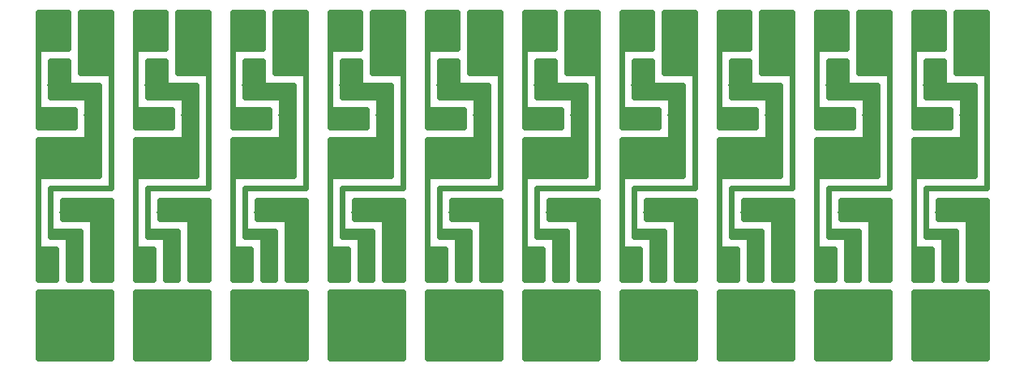
<source format=gbr>
%FSLAX34Y34*%
%MOMM*%
%LNSILK_TOP*%
G71*
G01*
%ADD10C, 1.80*%
%ADD11C, 0.60*%
%ADD12C, 2.80*%
%LPD*%
X66675Y365125D02*
G54D10*
D03*
X66675Y320675D02*
G54D10*
D03*
X41275Y320675D02*
G54D10*
D03*
X41275Y365125D02*
G54D10*
D03*
X34925Y301625D02*
G54D10*
D03*
G54D11*
X66675Y365125D02*
X72998Y342834D01*
X66675Y320675D01*
X73025Y269875D02*
G54D10*
D03*
X47625Y269875D02*
G54D10*
D03*
G54D11*
X41275Y320675D02*
X47625Y301625D01*
X66675Y288925D01*
X73025Y269875D01*
G54D11*
X73025Y269875D02*
X73025Y219075D01*
X15875Y219075D01*
G54D11*
X66675Y320675D02*
X92075Y320675D01*
X92075Y219075D01*
X47625Y168275D02*
G54D10*
D03*
X73025Y168275D02*
G54D10*
D03*
G54D11*
X47625Y168275D02*
X66675Y168275D01*
G54D11*
X73025Y168275D02*
X79375Y155575D01*
X79375Y117475D01*
G54D11*
X92075Y219075D02*
X92075Y193675D01*
X28575Y193675D01*
X28575Y142875D01*
X53975Y142875D01*
X53975Y117475D01*
X53975Y117475D02*
G54D10*
D03*
X79375Y117475D02*
G54D10*
D03*
X28575Y117475D02*
G54D10*
D03*
G54D11*
X15875Y219075D02*
X15875Y130175D01*
X28575Y117475D01*
G54D11*
X41275Y320675D02*
X34925Y301625D01*
G54D11*
X47625Y269875D02*
X15875Y269875D01*
G54D11*
X41275Y365125D02*
X22225Y365125D01*
X15875Y358775D01*
X15875Y269875D01*
G54D11*
X34953Y342834D02*
X41275Y365125D01*
G36*
X34925Y98425D02*
X15875Y98425D01*
X15875Y244475D01*
X66675Y244475D01*
X66675Y288925D01*
X28575Y288925D01*
X28575Y327025D01*
X47625Y327025D01*
X47625Y301625D01*
X79375Y301625D01*
X79375Y206375D01*
X15875Y206375D01*
X15875Y130175D01*
X34925Y130175D01*
X34925Y98425D01*
G37*
G54D11*
X34925Y98425D02*
X15875Y98425D01*
X15875Y244475D01*
X66675Y244475D01*
X66675Y288925D01*
X28575Y288925D01*
X28575Y327025D01*
X47625Y327025D01*
X47625Y301625D01*
X79375Y301625D01*
X79375Y206375D01*
X15875Y206375D01*
X15875Y130175D01*
X34925Y130175D01*
X34925Y98425D01*
G36*
X47625Y98425D02*
X47625Y142875D01*
X28575Y142875D01*
X28575Y149225D01*
X60325Y149225D01*
X60325Y98425D01*
X47625Y98425D01*
G37*
G54D11*
X47625Y98425D02*
X47625Y142875D01*
X28575Y142875D01*
X28575Y149225D01*
X60325Y149225D01*
X60325Y98425D01*
X47625Y98425D01*
G36*
X41275Y161925D02*
X73025Y161925D01*
X73025Y98425D01*
X92075Y98425D01*
X92075Y180975D01*
X41275Y180975D01*
X41275Y161925D01*
G37*
G54D11*
X41275Y161925D02*
X73025Y161925D01*
X73025Y98425D01*
X92075Y98425D01*
X92075Y180975D01*
X41275Y180975D01*
X41275Y161925D01*
G36*
X15875Y276225D02*
X53975Y276225D01*
X53975Y257175D01*
X15875Y257175D01*
X15875Y276225D01*
G37*
G54D11*
X15875Y276225D02*
X53975Y276225D01*
X53975Y257175D01*
X15875Y257175D01*
X15875Y276225D01*
G36*
X92075Y314325D02*
X60325Y314325D01*
X60325Y377825D01*
X92075Y377825D01*
X92075Y314325D01*
G37*
G54D11*
X92075Y314325D02*
X60325Y314325D01*
X60325Y377825D01*
X92075Y377825D01*
X92075Y314325D01*
G36*
X15875Y339725D02*
X47625Y339725D01*
X47625Y377825D01*
X15875Y377825D01*
X15875Y339725D01*
G37*
G54D11*
X15875Y339725D02*
X47625Y339725D01*
X47625Y377825D01*
X15875Y377825D01*
X15875Y339725D01*
X53975Y47625D02*
G54D12*
D03*
G36*
X15875Y85725D02*
X92075Y85725D01*
X92075Y15875D01*
X15875Y15875D01*
X15875Y85725D01*
G37*
G54D11*
X15875Y85725D02*
X92075Y85725D01*
X92075Y15875D01*
X15875Y15875D01*
X15875Y85725D01*
X168275Y365125D02*
G54D10*
D03*
X168275Y320675D02*
G54D10*
D03*
X142875Y320675D02*
G54D10*
D03*
X142875Y365125D02*
G54D10*
D03*
X136525Y301625D02*
G54D10*
D03*
G54D11*
X168275Y365125D02*
X174598Y342834D01*
X168275Y320675D01*
X174625Y269875D02*
G54D10*
D03*
X149225Y269875D02*
G54D10*
D03*
G54D11*
X142875Y320675D02*
X149225Y301625D01*
X168275Y288925D01*
X174625Y269875D01*
G54D11*
X174625Y269875D02*
X174625Y219075D01*
X117475Y219075D01*
G54D11*
X168275Y320675D02*
X193675Y320675D01*
X193675Y219075D01*
X149225Y168275D02*
G54D10*
D03*
X174625Y168275D02*
G54D10*
D03*
G54D11*
X149225Y168275D02*
X168275Y168275D01*
G54D11*
X174625Y168275D02*
X180975Y155575D01*
X180975Y117475D01*
G54D11*
X193675Y219075D02*
X193675Y193675D01*
X130175Y193675D01*
X130175Y142875D01*
X155575Y142875D01*
X155575Y117475D01*
X155575Y117475D02*
G54D10*
D03*
X180975Y117475D02*
G54D10*
D03*
X130175Y117475D02*
G54D10*
D03*
G54D11*
X117475Y219075D02*
X117475Y130175D01*
X130175Y117475D01*
G54D11*
X142875Y320675D02*
X136525Y301625D01*
G54D11*
X149225Y269875D02*
X117475Y269875D01*
G54D11*
X142875Y365125D02*
X123825Y365125D01*
X117475Y358775D01*
X117475Y269875D01*
G54D11*
X136553Y342834D02*
X142875Y365125D01*
G36*
X136525Y98425D02*
X117475Y98425D01*
X117475Y244475D01*
X168275Y244475D01*
X168275Y288925D01*
X130175Y288925D01*
X130175Y327025D01*
X149225Y327025D01*
X149225Y301625D01*
X180975Y301625D01*
X180975Y206375D01*
X117475Y206375D01*
X117475Y130175D01*
X136525Y130175D01*
X136525Y98425D01*
G37*
G54D11*
X136525Y98425D02*
X117475Y98425D01*
X117475Y244475D01*
X168275Y244475D01*
X168275Y288925D01*
X130175Y288925D01*
X130175Y327025D01*
X149225Y327025D01*
X149225Y301625D01*
X180975Y301625D01*
X180975Y206375D01*
X117475Y206375D01*
X117475Y130175D01*
X136525Y130175D01*
X136525Y98425D01*
G36*
X149225Y98425D02*
X149225Y142875D01*
X130175Y142875D01*
X130175Y149225D01*
X161925Y149225D01*
X161925Y98425D01*
X149225Y98425D01*
G37*
G54D11*
X149225Y98425D02*
X149225Y142875D01*
X130175Y142875D01*
X130175Y149225D01*
X161925Y149225D01*
X161925Y98425D01*
X149225Y98425D01*
G36*
X142875Y161925D02*
X174625Y161925D01*
X174625Y98425D01*
X193675Y98425D01*
X193675Y180975D01*
X142875Y180975D01*
X142875Y161925D01*
G37*
G54D11*
X142875Y161925D02*
X174625Y161925D01*
X174625Y98425D01*
X193675Y98425D01*
X193675Y180975D01*
X142875Y180975D01*
X142875Y161925D01*
G36*
X117475Y276225D02*
X155575Y276225D01*
X155575Y257175D01*
X117475Y257175D01*
X117475Y276225D01*
G37*
G54D11*
X117475Y276225D02*
X155575Y276225D01*
X155575Y257175D01*
X117475Y257175D01*
X117475Y276225D01*
G36*
X193675Y314325D02*
X161925Y314325D01*
X161925Y377825D01*
X193675Y377825D01*
X193675Y314325D01*
G37*
G54D11*
X193675Y314325D02*
X161925Y314325D01*
X161925Y377825D01*
X193675Y377825D01*
X193675Y314325D01*
G36*
X117475Y339725D02*
X149225Y339725D01*
X149225Y377825D01*
X117475Y377825D01*
X117475Y339725D01*
G37*
G54D11*
X117475Y339725D02*
X149225Y339725D01*
X149225Y377825D01*
X117475Y377825D01*
X117475Y339725D01*
X155575Y47625D02*
G54D12*
D03*
G36*
X117475Y85725D02*
X193675Y85725D01*
X193675Y15875D01*
X117475Y15875D01*
X117475Y85725D01*
G37*
G54D11*
X117475Y85725D02*
X193675Y85725D01*
X193675Y15875D01*
X117475Y15875D01*
X117475Y85725D01*
X269875Y365125D02*
G54D10*
D03*
X269875Y320675D02*
G54D10*
D03*
X244475Y320675D02*
G54D10*
D03*
X244475Y365125D02*
G54D10*
D03*
X238125Y301625D02*
G54D10*
D03*
G54D11*
X269875Y365125D02*
X276198Y342834D01*
X269875Y320675D01*
X276225Y269875D02*
G54D10*
D03*
X250825Y269875D02*
G54D10*
D03*
G54D11*
X244475Y320675D02*
X250825Y301625D01*
X269875Y288925D01*
X276225Y269875D01*
G54D11*
X276225Y269875D02*
X276225Y219075D01*
X219075Y219075D01*
G54D11*
X269875Y320675D02*
X295275Y320675D01*
X295275Y219075D01*
X250825Y168275D02*
G54D10*
D03*
X276225Y168275D02*
G54D10*
D03*
G54D11*
X250825Y168275D02*
X269875Y168275D01*
G54D11*
X276225Y168275D02*
X282575Y155575D01*
X282575Y117475D01*
G54D11*
X295275Y219075D02*
X295275Y193675D01*
X231775Y193675D01*
X231775Y142875D01*
X257175Y142875D01*
X257175Y117475D01*
X257175Y117475D02*
G54D10*
D03*
X282575Y117475D02*
G54D10*
D03*
X231775Y117475D02*
G54D10*
D03*
G54D11*
X219075Y219075D02*
X219075Y130175D01*
X231775Y117475D01*
G54D11*
X244475Y320675D02*
X238125Y301625D01*
G54D11*
X250825Y269875D02*
X219075Y269875D01*
G54D11*
X244475Y365125D02*
X225425Y365125D01*
X219075Y358775D01*
X219075Y269875D01*
G54D11*
X238153Y342834D02*
X244475Y365125D01*
G36*
X238125Y98425D02*
X219075Y98425D01*
X219075Y244475D01*
X269875Y244475D01*
X269875Y288925D01*
X231775Y288925D01*
X231775Y327025D01*
X250825Y327025D01*
X250825Y301625D01*
X282575Y301625D01*
X282575Y206375D01*
X219075Y206375D01*
X219075Y130175D01*
X238125Y130175D01*
X238125Y98425D01*
G37*
G54D11*
X238125Y98425D02*
X219075Y98425D01*
X219075Y244475D01*
X269875Y244475D01*
X269875Y288925D01*
X231775Y288925D01*
X231775Y327025D01*
X250825Y327025D01*
X250825Y301625D01*
X282575Y301625D01*
X282575Y206375D01*
X219075Y206375D01*
X219075Y130175D01*
X238125Y130175D01*
X238125Y98425D01*
G36*
X250825Y98425D02*
X250825Y142875D01*
X231775Y142875D01*
X231775Y149225D01*
X263525Y149225D01*
X263525Y98425D01*
X250825Y98425D01*
G37*
G54D11*
X250825Y98425D02*
X250825Y142875D01*
X231775Y142875D01*
X231775Y149225D01*
X263525Y149225D01*
X263525Y98425D01*
X250825Y98425D01*
G36*
X244475Y161925D02*
X276225Y161925D01*
X276225Y98425D01*
X295275Y98425D01*
X295275Y180975D01*
X244475Y180975D01*
X244475Y161925D01*
G37*
G54D11*
X244475Y161925D02*
X276225Y161925D01*
X276225Y98425D01*
X295275Y98425D01*
X295275Y180975D01*
X244475Y180975D01*
X244475Y161925D01*
G36*
X219075Y276225D02*
X257175Y276225D01*
X257175Y257175D01*
X219075Y257175D01*
X219075Y276225D01*
G37*
G54D11*
X219075Y276225D02*
X257175Y276225D01*
X257175Y257175D01*
X219075Y257175D01*
X219075Y276225D01*
G36*
X295275Y314325D02*
X263525Y314325D01*
X263525Y377825D01*
X295275Y377825D01*
X295275Y314325D01*
G37*
G54D11*
X295275Y314325D02*
X263525Y314325D01*
X263525Y377825D01*
X295275Y377825D01*
X295275Y314325D01*
G36*
X219075Y339725D02*
X250825Y339725D01*
X250825Y377825D01*
X219075Y377825D01*
X219075Y339725D01*
G37*
G54D11*
X219075Y339725D02*
X250825Y339725D01*
X250825Y377825D01*
X219075Y377825D01*
X219075Y339725D01*
X257175Y47625D02*
G54D12*
D03*
G36*
X219075Y85725D02*
X295275Y85725D01*
X295275Y15875D01*
X219075Y15875D01*
X219075Y85725D01*
G37*
G54D11*
X219075Y85725D02*
X295275Y85725D01*
X295275Y15875D01*
X219075Y15875D01*
X219075Y85725D01*
X371475Y365125D02*
G54D10*
D03*
X371475Y320675D02*
G54D10*
D03*
X346075Y320675D02*
G54D10*
D03*
X346075Y365125D02*
G54D10*
D03*
X339725Y301625D02*
G54D10*
D03*
G54D11*
X371475Y365125D02*
X377798Y342834D01*
X371475Y320675D01*
X377825Y269875D02*
G54D10*
D03*
X352425Y269875D02*
G54D10*
D03*
G54D11*
X346075Y320675D02*
X352425Y301625D01*
X371475Y288925D01*
X377825Y269875D01*
G54D11*
X377825Y269875D02*
X377825Y219075D01*
X320675Y219075D01*
G54D11*
X371475Y320675D02*
X396875Y320675D01*
X396875Y219075D01*
X352425Y168275D02*
G54D10*
D03*
X377825Y168275D02*
G54D10*
D03*
G54D11*
X352425Y168275D02*
X371475Y168275D01*
G54D11*
X377825Y168275D02*
X384175Y155575D01*
X384175Y117475D01*
G54D11*
X396875Y219075D02*
X396875Y193675D01*
X333375Y193675D01*
X333375Y142875D01*
X358775Y142875D01*
X358775Y117475D01*
X358775Y117475D02*
G54D10*
D03*
X384175Y117475D02*
G54D10*
D03*
X333375Y117475D02*
G54D10*
D03*
G54D11*
X320675Y219075D02*
X320675Y130175D01*
X333375Y117475D01*
G54D11*
X346075Y320675D02*
X339725Y301625D01*
G54D11*
X352425Y269875D02*
X320675Y269875D01*
G54D11*
X346075Y365125D02*
X327025Y365125D01*
X320675Y358775D01*
X320675Y269875D01*
G54D11*
X339753Y342834D02*
X346075Y365125D01*
G36*
X339725Y98425D02*
X320675Y98425D01*
X320675Y244475D01*
X371475Y244475D01*
X371475Y288925D01*
X333375Y288925D01*
X333375Y327025D01*
X352425Y327025D01*
X352425Y301625D01*
X384175Y301625D01*
X384175Y206375D01*
X320675Y206375D01*
X320675Y130175D01*
X339725Y130175D01*
X339725Y98425D01*
G37*
G54D11*
X339725Y98425D02*
X320675Y98425D01*
X320675Y244475D01*
X371475Y244475D01*
X371475Y288925D01*
X333375Y288925D01*
X333375Y327025D01*
X352425Y327025D01*
X352425Y301625D01*
X384175Y301625D01*
X384175Y206375D01*
X320675Y206375D01*
X320675Y130175D01*
X339725Y130175D01*
X339725Y98425D01*
G36*
X352425Y98425D02*
X352425Y142875D01*
X333375Y142875D01*
X333375Y149225D01*
X365125Y149225D01*
X365125Y98425D01*
X352425Y98425D01*
G37*
G54D11*
X352425Y98425D02*
X352425Y142875D01*
X333375Y142875D01*
X333375Y149225D01*
X365125Y149225D01*
X365125Y98425D01*
X352425Y98425D01*
G36*
X346075Y161925D02*
X377825Y161925D01*
X377825Y98425D01*
X396875Y98425D01*
X396875Y180975D01*
X346075Y180975D01*
X346075Y161925D01*
G37*
G54D11*
X346075Y161925D02*
X377825Y161925D01*
X377825Y98425D01*
X396875Y98425D01*
X396875Y180975D01*
X346075Y180975D01*
X346075Y161925D01*
G36*
X320675Y276225D02*
X358775Y276225D01*
X358775Y257175D01*
X320675Y257175D01*
X320675Y276225D01*
G37*
G54D11*
X320675Y276225D02*
X358775Y276225D01*
X358775Y257175D01*
X320675Y257175D01*
X320675Y276225D01*
G36*
X396875Y314325D02*
X365125Y314325D01*
X365125Y377825D01*
X396875Y377825D01*
X396875Y314325D01*
G37*
G54D11*
X396875Y314325D02*
X365125Y314325D01*
X365125Y377825D01*
X396875Y377825D01*
X396875Y314325D01*
G36*
X320675Y339725D02*
X352425Y339725D01*
X352425Y377825D01*
X320675Y377825D01*
X320675Y339725D01*
G37*
G54D11*
X320675Y339725D02*
X352425Y339725D01*
X352425Y377825D01*
X320675Y377825D01*
X320675Y339725D01*
X358775Y47625D02*
G54D12*
D03*
G36*
X320675Y85725D02*
X396875Y85725D01*
X396875Y15875D01*
X320675Y15875D01*
X320675Y85725D01*
G37*
G54D11*
X320675Y85725D02*
X396875Y85725D01*
X396875Y15875D01*
X320675Y15875D01*
X320675Y85725D01*
X473075Y365125D02*
G54D10*
D03*
X473075Y320675D02*
G54D10*
D03*
X447675Y320675D02*
G54D10*
D03*
X447675Y365125D02*
G54D10*
D03*
X441325Y301625D02*
G54D10*
D03*
G54D11*
X473075Y365125D02*
X479398Y342834D01*
X473075Y320675D01*
X479425Y269875D02*
G54D10*
D03*
X454025Y269875D02*
G54D10*
D03*
G54D11*
X447675Y320675D02*
X454025Y301625D01*
X473075Y288925D01*
X479425Y269875D01*
G54D11*
X479425Y269875D02*
X479425Y219075D01*
X422275Y219075D01*
G54D11*
X473075Y320675D02*
X498475Y320675D01*
X498475Y219075D01*
X454025Y168275D02*
G54D10*
D03*
X479425Y168275D02*
G54D10*
D03*
G54D11*
X454025Y168275D02*
X473075Y168275D01*
G54D11*
X479425Y168275D02*
X485775Y155575D01*
X485775Y117475D01*
G54D11*
X498475Y219075D02*
X498475Y193675D01*
X434975Y193675D01*
X434975Y142875D01*
X460375Y142875D01*
X460375Y117475D01*
X460375Y117475D02*
G54D10*
D03*
X485775Y117475D02*
G54D10*
D03*
X434975Y117475D02*
G54D10*
D03*
G54D11*
X422275Y219075D02*
X422275Y130175D01*
X434975Y117475D01*
G54D11*
X447675Y320675D02*
X441325Y301625D01*
G54D11*
X454025Y269875D02*
X422275Y269875D01*
G54D11*
X447675Y365125D02*
X428625Y365125D01*
X422275Y358775D01*
X422275Y269875D01*
G54D11*
X441353Y342834D02*
X447675Y365125D01*
G36*
X441325Y98425D02*
X422275Y98425D01*
X422275Y244475D01*
X473075Y244475D01*
X473075Y288925D01*
X434975Y288925D01*
X434975Y327025D01*
X454025Y327025D01*
X454025Y301625D01*
X485775Y301625D01*
X485775Y206375D01*
X422275Y206375D01*
X422275Y130175D01*
X441325Y130175D01*
X441325Y98425D01*
G37*
G54D11*
X441325Y98425D02*
X422275Y98425D01*
X422275Y244475D01*
X473075Y244475D01*
X473075Y288925D01*
X434975Y288925D01*
X434975Y327025D01*
X454025Y327025D01*
X454025Y301625D01*
X485775Y301625D01*
X485775Y206375D01*
X422275Y206375D01*
X422275Y130175D01*
X441325Y130175D01*
X441325Y98425D01*
G36*
X454025Y98425D02*
X454025Y142875D01*
X434975Y142875D01*
X434975Y149225D01*
X466725Y149225D01*
X466725Y98425D01*
X454025Y98425D01*
G37*
G54D11*
X454025Y98425D02*
X454025Y142875D01*
X434975Y142875D01*
X434975Y149225D01*
X466725Y149225D01*
X466725Y98425D01*
X454025Y98425D01*
G36*
X447675Y161925D02*
X479425Y161925D01*
X479425Y98425D01*
X498475Y98425D01*
X498475Y180975D01*
X447675Y180975D01*
X447675Y161925D01*
G37*
G54D11*
X447675Y161925D02*
X479425Y161925D01*
X479425Y98425D01*
X498475Y98425D01*
X498475Y180975D01*
X447675Y180975D01*
X447675Y161925D01*
G36*
X422275Y276225D02*
X460375Y276225D01*
X460375Y257175D01*
X422275Y257175D01*
X422275Y276225D01*
G37*
G54D11*
X422275Y276225D02*
X460375Y276225D01*
X460375Y257175D01*
X422275Y257175D01*
X422275Y276225D01*
G36*
X498475Y314325D02*
X466725Y314325D01*
X466725Y377825D01*
X498475Y377825D01*
X498475Y314325D01*
G37*
G54D11*
X498475Y314325D02*
X466725Y314325D01*
X466725Y377825D01*
X498475Y377825D01*
X498475Y314325D01*
G36*
X422275Y339725D02*
X454025Y339725D01*
X454025Y377825D01*
X422275Y377825D01*
X422275Y339725D01*
G37*
G54D11*
X422275Y339725D02*
X454025Y339725D01*
X454025Y377825D01*
X422275Y377825D01*
X422275Y339725D01*
X460375Y47625D02*
G54D12*
D03*
G36*
X422275Y85725D02*
X498475Y85725D01*
X498475Y15875D01*
X422275Y15875D01*
X422275Y85725D01*
G37*
G54D11*
X422275Y85725D02*
X498475Y85725D01*
X498475Y15875D01*
X422275Y15875D01*
X422275Y85725D01*
X574675Y365125D02*
G54D10*
D03*
X574675Y320675D02*
G54D10*
D03*
X549275Y320675D02*
G54D10*
D03*
X549275Y365125D02*
G54D10*
D03*
X542925Y301625D02*
G54D10*
D03*
G54D11*
X574675Y365125D02*
X580998Y342834D01*
X574675Y320675D01*
X581025Y269875D02*
G54D10*
D03*
X555625Y269875D02*
G54D10*
D03*
G54D11*
X549275Y320675D02*
X555625Y301625D01*
X574675Y288925D01*
X581025Y269875D01*
G54D11*
X581025Y269875D02*
X581025Y219075D01*
X523875Y219075D01*
G54D11*
X574675Y320675D02*
X600075Y320675D01*
X600075Y219075D01*
X555625Y168275D02*
G54D10*
D03*
X581025Y168275D02*
G54D10*
D03*
G54D11*
X555625Y168275D02*
X574675Y168275D01*
G54D11*
X581025Y168275D02*
X587375Y155575D01*
X587375Y117475D01*
G54D11*
X600075Y219075D02*
X600075Y193675D01*
X536575Y193675D01*
X536575Y142875D01*
X561975Y142875D01*
X561975Y117475D01*
X561975Y117475D02*
G54D10*
D03*
X587375Y117475D02*
G54D10*
D03*
X536575Y117475D02*
G54D10*
D03*
G54D11*
X523875Y219075D02*
X523875Y130175D01*
X536575Y117475D01*
G54D11*
X549275Y320675D02*
X542925Y301625D01*
G54D11*
X555625Y269875D02*
X523875Y269875D01*
G54D11*
X549275Y365125D02*
X530225Y365125D01*
X523875Y358775D01*
X523875Y269875D01*
G54D11*
X542953Y342834D02*
X549275Y365125D01*
G36*
X542925Y98425D02*
X523875Y98425D01*
X523875Y244475D01*
X574675Y244475D01*
X574675Y288925D01*
X536575Y288925D01*
X536575Y327025D01*
X555625Y327025D01*
X555625Y301625D01*
X587375Y301625D01*
X587375Y206375D01*
X523875Y206375D01*
X523875Y130175D01*
X542925Y130175D01*
X542925Y98425D01*
G37*
G54D11*
X542925Y98425D02*
X523875Y98425D01*
X523875Y244475D01*
X574675Y244475D01*
X574675Y288925D01*
X536575Y288925D01*
X536575Y327025D01*
X555625Y327025D01*
X555625Y301625D01*
X587375Y301625D01*
X587375Y206375D01*
X523875Y206375D01*
X523875Y130175D01*
X542925Y130175D01*
X542925Y98425D01*
G36*
X555625Y98425D02*
X555625Y142875D01*
X536575Y142875D01*
X536575Y149225D01*
X568325Y149225D01*
X568325Y98425D01*
X555625Y98425D01*
G37*
G54D11*
X555625Y98425D02*
X555625Y142875D01*
X536575Y142875D01*
X536575Y149225D01*
X568325Y149225D01*
X568325Y98425D01*
X555625Y98425D01*
G36*
X549275Y161925D02*
X581025Y161925D01*
X581025Y98425D01*
X600075Y98425D01*
X600075Y180975D01*
X549275Y180975D01*
X549275Y161925D01*
G37*
G54D11*
X549275Y161925D02*
X581025Y161925D01*
X581025Y98425D01*
X600075Y98425D01*
X600075Y180975D01*
X549275Y180975D01*
X549275Y161925D01*
G36*
X523875Y276225D02*
X561975Y276225D01*
X561975Y257175D01*
X523875Y257175D01*
X523875Y276225D01*
G37*
G54D11*
X523875Y276225D02*
X561975Y276225D01*
X561975Y257175D01*
X523875Y257175D01*
X523875Y276225D01*
G36*
X600075Y314325D02*
X568325Y314325D01*
X568325Y377825D01*
X600075Y377825D01*
X600075Y314325D01*
G37*
G54D11*
X600075Y314325D02*
X568325Y314325D01*
X568325Y377825D01*
X600075Y377825D01*
X600075Y314325D01*
G36*
X523875Y339725D02*
X555625Y339725D01*
X555625Y377825D01*
X523875Y377825D01*
X523875Y339725D01*
G37*
G54D11*
X523875Y339725D02*
X555625Y339725D01*
X555625Y377825D01*
X523875Y377825D01*
X523875Y339725D01*
X561975Y47625D02*
G54D12*
D03*
G36*
X523875Y85725D02*
X600075Y85725D01*
X600075Y15875D01*
X523875Y15875D01*
X523875Y85725D01*
G37*
G54D11*
X523875Y85725D02*
X600075Y85725D01*
X600075Y15875D01*
X523875Y15875D01*
X523875Y85725D01*
X676275Y365125D02*
G54D10*
D03*
X676275Y320675D02*
G54D10*
D03*
X650875Y320675D02*
G54D10*
D03*
X650875Y365125D02*
G54D10*
D03*
X644525Y301625D02*
G54D10*
D03*
G54D11*
X676275Y365125D02*
X682598Y342834D01*
X676275Y320675D01*
X682625Y269875D02*
G54D10*
D03*
X657225Y269875D02*
G54D10*
D03*
G54D11*
X650875Y320675D02*
X657225Y301625D01*
X676275Y288925D01*
X682625Y269875D01*
G54D11*
X682625Y269875D02*
X682625Y219075D01*
X625475Y219075D01*
G54D11*
X676275Y320675D02*
X701675Y320675D01*
X701675Y219075D01*
X657225Y168275D02*
G54D10*
D03*
X682625Y168275D02*
G54D10*
D03*
G54D11*
X657225Y168275D02*
X676275Y168275D01*
G54D11*
X682625Y168275D02*
X688975Y155575D01*
X688975Y117475D01*
G54D11*
X701675Y219075D02*
X701675Y193675D01*
X638175Y193675D01*
X638175Y142875D01*
X663575Y142875D01*
X663575Y117475D01*
X663575Y117475D02*
G54D10*
D03*
X688975Y117475D02*
G54D10*
D03*
X638175Y117475D02*
G54D10*
D03*
G54D11*
X625475Y219075D02*
X625475Y130175D01*
X638175Y117475D01*
G54D11*
X650875Y320675D02*
X644525Y301625D01*
G54D11*
X657225Y269875D02*
X625475Y269875D01*
G54D11*
X650875Y365125D02*
X631825Y365125D01*
X625475Y358775D01*
X625475Y269875D01*
G54D11*
X644553Y342834D02*
X650875Y365125D01*
G36*
X644525Y98425D02*
X625475Y98425D01*
X625475Y244475D01*
X676275Y244475D01*
X676275Y288925D01*
X638175Y288925D01*
X638175Y327025D01*
X657225Y327025D01*
X657225Y301625D01*
X688975Y301625D01*
X688975Y206375D01*
X625475Y206375D01*
X625475Y130175D01*
X644525Y130175D01*
X644525Y98425D01*
G37*
G54D11*
X644525Y98425D02*
X625475Y98425D01*
X625475Y244475D01*
X676275Y244475D01*
X676275Y288925D01*
X638175Y288925D01*
X638175Y327025D01*
X657225Y327025D01*
X657225Y301625D01*
X688975Y301625D01*
X688975Y206375D01*
X625475Y206375D01*
X625475Y130175D01*
X644525Y130175D01*
X644525Y98425D01*
G36*
X657225Y98425D02*
X657225Y142875D01*
X638175Y142875D01*
X638175Y149225D01*
X669925Y149225D01*
X669925Y98425D01*
X657225Y98425D01*
G37*
G54D11*
X657225Y98425D02*
X657225Y142875D01*
X638175Y142875D01*
X638175Y149225D01*
X669925Y149225D01*
X669925Y98425D01*
X657225Y98425D01*
G36*
X650875Y161925D02*
X682625Y161925D01*
X682625Y98425D01*
X701675Y98425D01*
X701675Y180975D01*
X650875Y180975D01*
X650875Y161925D01*
G37*
G54D11*
X650875Y161925D02*
X682625Y161925D01*
X682625Y98425D01*
X701675Y98425D01*
X701675Y180975D01*
X650875Y180975D01*
X650875Y161925D01*
G36*
X625475Y276225D02*
X663575Y276225D01*
X663575Y257175D01*
X625475Y257175D01*
X625475Y276225D01*
G37*
G54D11*
X625475Y276225D02*
X663575Y276225D01*
X663575Y257175D01*
X625475Y257175D01*
X625475Y276225D01*
G36*
X701675Y314325D02*
X669925Y314325D01*
X669925Y377825D01*
X701675Y377825D01*
X701675Y314325D01*
G37*
G54D11*
X701675Y314325D02*
X669925Y314325D01*
X669925Y377825D01*
X701675Y377825D01*
X701675Y314325D01*
G36*
X625475Y339725D02*
X657225Y339725D01*
X657225Y377825D01*
X625475Y377825D01*
X625475Y339725D01*
G37*
G54D11*
X625475Y339725D02*
X657225Y339725D01*
X657225Y377825D01*
X625475Y377825D01*
X625475Y339725D01*
X663575Y47625D02*
G54D12*
D03*
G36*
X625475Y85725D02*
X701675Y85725D01*
X701675Y15875D01*
X625475Y15875D01*
X625475Y85725D01*
G37*
G54D11*
X625475Y85725D02*
X701675Y85725D01*
X701675Y15875D01*
X625475Y15875D01*
X625475Y85725D01*
X777875Y365125D02*
G54D10*
D03*
X777875Y320675D02*
G54D10*
D03*
X752475Y320675D02*
G54D10*
D03*
X752475Y365125D02*
G54D10*
D03*
X746125Y301625D02*
G54D10*
D03*
G54D11*
X777875Y365125D02*
X784198Y342834D01*
X777875Y320675D01*
X784225Y269875D02*
G54D10*
D03*
X758825Y269875D02*
G54D10*
D03*
G54D11*
X752475Y320675D02*
X758825Y301625D01*
X777875Y288925D01*
X784225Y269875D01*
G54D11*
X784225Y269875D02*
X784225Y219075D01*
X727075Y219075D01*
G54D11*
X777875Y320675D02*
X803275Y320675D01*
X803275Y219075D01*
X758825Y168275D02*
G54D10*
D03*
X784225Y168275D02*
G54D10*
D03*
G54D11*
X758825Y168275D02*
X777875Y168275D01*
G54D11*
X784225Y168275D02*
X790575Y155575D01*
X790575Y117475D01*
G54D11*
X803275Y219075D02*
X803275Y193675D01*
X739775Y193675D01*
X739775Y142875D01*
X765175Y142875D01*
X765175Y117475D01*
X765175Y117475D02*
G54D10*
D03*
X790575Y117475D02*
G54D10*
D03*
X739775Y117475D02*
G54D10*
D03*
G54D11*
X727075Y219075D02*
X727075Y130175D01*
X739775Y117475D01*
G54D11*
X752475Y320675D02*
X746125Y301625D01*
G54D11*
X758825Y269875D02*
X727075Y269875D01*
G54D11*
X752475Y365125D02*
X733425Y365125D01*
X727075Y358775D01*
X727075Y269875D01*
G54D11*
X746153Y342834D02*
X752475Y365125D01*
G36*
X746125Y98425D02*
X727075Y98425D01*
X727075Y244475D01*
X777875Y244475D01*
X777875Y288925D01*
X739775Y288925D01*
X739775Y327025D01*
X758825Y327025D01*
X758825Y301625D01*
X790575Y301625D01*
X790575Y206375D01*
X727075Y206375D01*
X727075Y130175D01*
X746125Y130175D01*
X746125Y98425D01*
G37*
G54D11*
X746125Y98425D02*
X727075Y98425D01*
X727075Y244475D01*
X777875Y244475D01*
X777875Y288925D01*
X739775Y288925D01*
X739775Y327025D01*
X758825Y327025D01*
X758825Y301625D01*
X790575Y301625D01*
X790575Y206375D01*
X727075Y206375D01*
X727075Y130175D01*
X746125Y130175D01*
X746125Y98425D01*
G36*
X758825Y98425D02*
X758825Y142875D01*
X739775Y142875D01*
X739775Y149225D01*
X771525Y149225D01*
X771525Y98425D01*
X758825Y98425D01*
G37*
G54D11*
X758825Y98425D02*
X758825Y142875D01*
X739775Y142875D01*
X739775Y149225D01*
X771525Y149225D01*
X771525Y98425D01*
X758825Y98425D01*
G36*
X752475Y161925D02*
X784225Y161925D01*
X784225Y98425D01*
X803275Y98425D01*
X803275Y180975D01*
X752475Y180975D01*
X752475Y161925D01*
G37*
G54D11*
X752475Y161925D02*
X784225Y161925D01*
X784225Y98425D01*
X803275Y98425D01*
X803275Y180975D01*
X752475Y180975D01*
X752475Y161925D01*
G36*
X727075Y276225D02*
X765175Y276225D01*
X765175Y257175D01*
X727075Y257175D01*
X727075Y276225D01*
G37*
G54D11*
X727075Y276225D02*
X765175Y276225D01*
X765175Y257175D01*
X727075Y257175D01*
X727075Y276225D01*
G36*
X803275Y314325D02*
X771525Y314325D01*
X771525Y377825D01*
X803275Y377825D01*
X803275Y314325D01*
G37*
G54D11*
X803275Y314325D02*
X771525Y314325D01*
X771525Y377825D01*
X803275Y377825D01*
X803275Y314325D01*
G36*
X727075Y339725D02*
X758825Y339725D01*
X758825Y377825D01*
X727075Y377825D01*
X727075Y339725D01*
G37*
G54D11*
X727075Y339725D02*
X758825Y339725D01*
X758825Y377825D01*
X727075Y377825D01*
X727075Y339725D01*
X765175Y47625D02*
G54D12*
D03*
G36*
X727075Y85725D02*
X803275Y85725D01*
X803275Y15875D01*
X727075Y15875D01*
X727075Y85725D01*
G37*
G54D11*
X727075Y85725D02*
X803275Y85725D01*
X803275Y15875D01*
X727075Y15875D01*
X727075Y85725D01*
X879475Y365125D02*
G54D10*
D03*
X879475Y320675D02*
G54D10*
D03*
X854075Y320675D02*
G54D10*
D03*
X854075Y365125D02*
G54D10*
D03*
X847725Y301625D02*
G54D10*
D03*
G54D11*
X879475Y365125D02*
X885798Y342834D01*
X879475Y320675D01*
X885825Y269875D02*
G54D10*
D03*
X860425Y269875D02*
G54D10*
D03*
G54D11*
X854075Y320675D02*
X860425Y301625D01*
X879475Y288925D01*
X885825Y269875D01*
G54D11*
X885825Y269875D02*
X885825Y219075D01*
X828675Y219075D01*
G54D11*
X879475Y320675D02*
X904875Y320675D01*
X904875Y219075D01*
X860425Y168275D02*
G54D10*
D03*
X885825Y168275D02*
G54D10*
D03*
G54D11*
X860425Y168275D02*
X879475Y168275D01*
G54D11*
X885825Y168275D02*
X892175Y155575D01*
X892175Y117475D01*
G54D11*
X904875Y219075D02*
X904875Y193675D01*
X841375Y193675D01*
X841375Y142875D01*
X866775Y142875D01*
X866775Y117475D01*
X866775Y117475D02*
G54D10*
D03*
X892175Y117475D02*
G54D10*
D03*
X841375Y117475D02*
G54D10*
D03*
G54D11*
X828675Y219075D02*
X828675Y130175D01*
X841375Y117475D01*
G54D11*
X854075Y320675D02*
X847725Y301625D01*
G54D11*
X860425Y269875D02*
X828675Y269875D01*
G54D11*
X854075Y365125D02*
X835025Y365125D01*
X828675Y358775D01*
X828675Y269875D01*
G54D11*
X847753Y342834D02*
X854075Y365125D01*
G36*
X847725Y98425D02*
X828675Y98425D01*
X828675Y244475D01*
X879475Y244475D01*
X879475Y288925D01*
X841375Y288925D01*
X841375Y327025D01*
X860425Y327025D01*
X860425Y301625D01*
X892175Y301625D01*
X892175Y206375D01*
X828675Y206375D01*
X828675Y130175D01*
X847725Y130175D01*
X847725Y98425D01*
G37*
G54D11*
X847725Y98425D02*
X828675Y98425D01*
X828675Y244475D01*
X879475Y244475D01*
X879475Y288925D01*
X841375Y288925D01*
X841375Y327025D01*
X860425Y327025D01*
X860425Y301625D01*
X892175Y301625D01*
X892175Y206375D01*
X828675Y206375D01*
X828675Y130175D01*
X847725Y130175D01*
X847725Y98425D01*
G36*
X860425Y98425D02*
X860425Y142875D01*
X841375Y142875D01*
X841375Y149225D01*
X873125Y149225D01*
X873125Y98425D01*
X860425Y98425D01*
G37*
G54D11*
X860425Y98425D02*
X860425Y142875D01*
X841375Y142875D01*
X841375Y149225D01*
X873125Y149225D01*
X873125Y98425D01*
X860425Y98425D01*
G36*
X854075Y161925D02*
X885825Y161925D01*
X885825Y98425D01*
X904875Y98425D01*
X904875Y180975D01*
X854075Y180975D01*
X854075Y161925D01*
G37*
G54D11*
X854075Y161925D02*
X885825Y161925D01*
X885825Y98425D01*
X904875Y98425D01*
X904875Y180975D01*
X854075Y180975D01*
X854075Y161925D01*
G36*
X828675Y276225D02*
X866775Y276225D01*
X866775Y257175D01*
X828675Y257175D01*
X828675Y276225D01*
G37*
G54D11*
X828675Y276225D02*
X866775Y276225D01*
X866775Y257175D01*
X828675Y257175D01*
X828675Y276225D01*
G36*
X904875Y314325D02*
X873125Y314325D01*
X873125Y377825D01*
X904875Y377825D01*
X904875Y314325D01*
G37*
G54D11*
X904875Y314325D02*
X873125Y314325D01*
X873125Y377825D01*
X904875Y377825D01*
X904875Y314325D01*
G36*
X828675Y339725D02*
X860425Y339725D01*
X860425Y377825D01*
X828675Y377825D01*
X828675Y339725D01*
G37*
G54D11*
X828675Y339725D02*
X860425Y339725D01*
X860425Y377825D01*
X828675Y377825D01*
X828675Y339725D01*
X866775Y47625D02*
G54D12*
D03*
G36*
X828675Y85725D02*
X904875Y85725D01*
X904875Y15875D01*
X828675Y15875D01*
X828675Y85725D01*
G37*
G54D11*
X828675Y85725D02*
X904875Y85725D01*
X904875Y15875D01*
X828675Y15875D01*
X828675Y85725D01*
X981075Y365125D02*
G54D10*
D03*
X981075Y320675D02*
G54D10*
D03*
X955675Y320675D02*
G54D10*
D03*
X955675Y365125D02*
G54D10*
D03*
X949325Y301625D02*
G54D10*
D03*
G54D11*
X981075Y365125D02*
X987398Y342834D01*
X981075Y320675D01*
X987425Y269875D02*
G54D10*
D03*
X962025Y269875D02*
G54D10*
D03*
G54D11*
X955675Y320675D02*
X962025Y301625D01*
X981075Y288925D01*
X987425Y269875D01*
G54D11*
X987425Y269875D02*
X987425Y219075D01*
X930275Y219075D01*
G54D11*
X981075Y320675D02*
X1006475Y320675D01*
X1006475Y219075D01*
X962025Y168275D02*
G54D10*
D03*
X987425Y168275D02*
G54D10*
D03*
G54D11*
X962025Y168275D02*
X981075Y168275D01*
G54D11*
X987425Y168275D02*
X993775Y155575D01*
X993775Y117475D01*
G54D11*
X1006475Y219075D02*
X1006475Y193675D01*
X942975Y193675D01*
X942975Y142875D01*
X968375Y142875D01*
X968375Y117475D01*
X968375Y117475D02*
G54D10*
D03*
X993775Y117475D02*
G54D10*
D03*
X942975Y117475D02*
G54D10*
D03*
G54D11*
X930275Y219075D02*
X930275Y130175D01*
X942975Y117475D01*
G54D11*
X955675Y320675D02*
X949325Y301625D01*
G54D11*
X962025Y269875D02*
X930275Y269875D01*
G54D11*
X955675Y365125D02*
X936625Y365125D01*
X930275Y358775D01*
X930275Y269875D01*
G54D11*
X949353Y342834D02*
X955675Y365125D01*
G36*
X949325Y98425D02*
X930275Y98425D01*
X930275Y244475D01*
X981075Y244475D01*
X981075Y288925D01*
X942975Y288925D01*
X942975Y327025D01*
X962025Y327025D01*
X962025Y301625D01*
X993775Y301625D01*
X993775Y206375D01*
X930275Y206375D01*
X930275Y130175D01*
X949325Y130175D01*
X949325Y98425D01*
G37*
G54D11*
X949325Y98425D02*
X930275Y98425D01*
X930275Y244475D01*
X981075Y244475D01*
X981075Y288925D01*
X942975Y288925D01*
X942975Y327025D01*
X962025Y327025D01*
X962025Y301625D01*
X993775Y301625D01*
X993775Y206375D01*
X930275Y206375D01*
X930275Y130175D01*
X949325Y130175D01*
X949325Y98425D01*
G36*
X962025Y98425D02*
X962025Y142875D01*
X942975Y142875D01*
X942975Y149225D01*
X974725Y149225D01*
X974725Y98425D01*
X962025Y98425D01*
G37*
G54D11*
X962025Y98425D02*
X962025Y142875D01*
X942975Y142875D01*
X942975Y149225D01*
X974725Y149225D01*
X974725Y98425D01*
X962025Y98425D01*
G36*
X955675Y161925D02*
X987425Y161925D01*
X987425Y98425D01*
X1006475Y98425D01*
X1006475Y180975D01*
X955675Y180975D01*
X955675Y161925D01*
G37*
G54D11*
X955675Y161925D02*
X987425Y161925D01*
X987425Y98425D01*
X1006475Y98425D01*
X1006475Y180975D01*
X955675Y180975D01*
X955675Y161925D01*
G36*
X930275Y276225D02*
X968375Y276225D01*
X968375Y257175D01*
X930275Y257175D01*
X930275Y276225D01*
G37*
G54D11*
X930275Y276225D02*
X968375Y276225D01*
X968375Y257175D01*
X930275Y257175D01*
X930275Y276225D01*
G36*
X1006475Y314325D02*
X974725Y314325D01*
X974725Y377825D01*
X1006475Y377825D01*
X1006475Y314325D01*
G37*
G54D11*
X1006475Y314325D02*
X974725Y314325D01*
X974725Y377825D01*
X1006475Y377825D01*
X1006475Y314325D01*
G36*
X930275Y339725D02*
X962025Y339725D01*
X962025Y377825D01*
X930275Y377825D01*
X930275Y339725D01*
G37*
G54D11*
X930275Y339725D02*
X962025Y339725D01*
X962025Y377825D01*
X930275Y377825D01*
X930275Y339725D01*
X968375Y47625D02*
G54D12*
D03*
G36*
X930275Y85725D02*
X1006475Y85725D01*
X1006475Y15875D01*
X930275Y15875D01*
X930275Y85725D01*
G37*
G54D11*
X930275Y85725D02*
X1006475Y85725D01*
X1006475Y15875D01*
X930275Y15875D01*
X930275Y85725D01*
M02*

</source>
